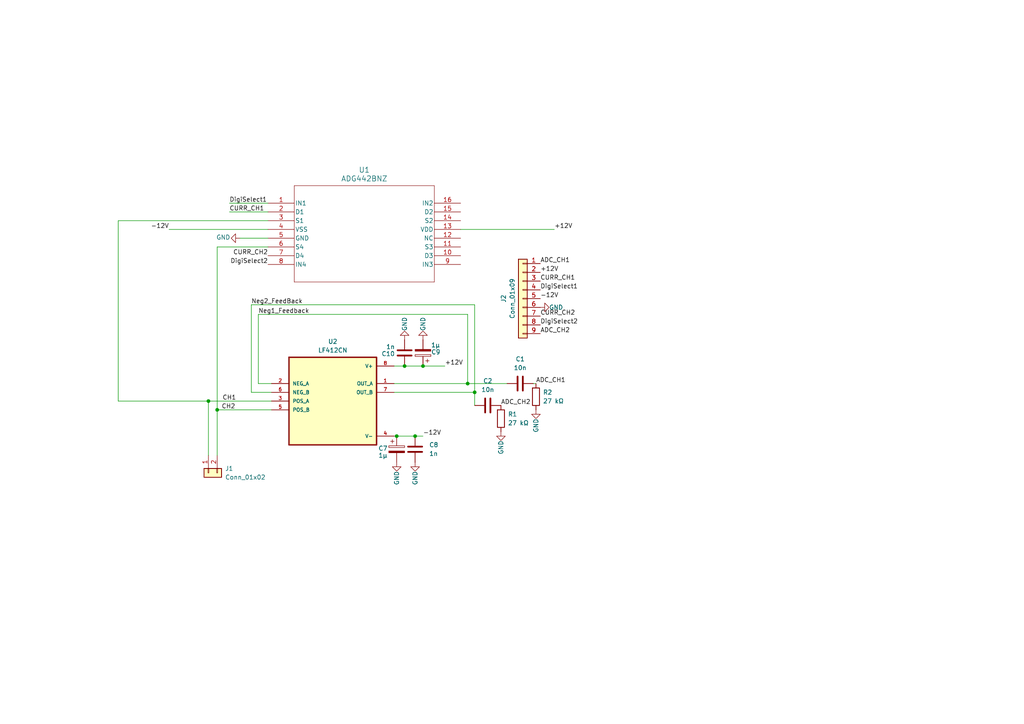
<source format=kicad_sch>
(kicad_sch (version 20230121) (generator eeschema)
  (paper "A4")
  (lib_symbols
    (symbol "ADG442BNZ:ADG442BNZ" (pin_names (offset 0.254))
      (property "Reference" "U" (at 27.94 10.16 0))
      (property "Value" "ADG442BNZ" (at 27.94 7.62 0))
      (symbol "ADG442BNZ_0_1"
        (polyline (pts (xy 7.62 -22.86) (xy 48.26 -22.86)) (stroke (width 0.127)))
        (polyline (pts (xy 7.62 5.08) (xy 7.62 -22.86)) (stroke (width 0.127)))
        (polyline (pts (xy 48.26 -22.86) (xy 48.26 5.08)) (stroke (width 0.127)))
        (polyline (pts (xy 48.26 5.08) (xy 7.62 5.08)) (stroke (width 0.127)))
        (pin unspecified line (at 0 0 0) (length 7.62) (name "IN1") (number "1"))
        (pin unspecified line (at 55.88 -15.24 180) (length 7.62) (name "D3") (number "10"))
        (pin unspecified line (at 55.88 -12.7 180) (length 7.62) (name "S3") (number "11"))
        (pin unspecified line (at 55.88 -10.16 180) (length 7.62) (name "NC") (number "12"))
        (pin power_in line (at 55.88 -7.62 180) (length 7.62) (name "VDD") (number "13"))
        (pin unspecified line (at 55.88 -5.08 180) (length 7.62) (name "S2") (number "14"))
        (pin unspecified line (at 55.88 -2.54 180) (length 7.62) (name "D2") (number "15"))
        (pin unspecified line (at 55.88 0 180) (length 7.62) (name "IN2") (number "16"))
        (pin unspecified line (at 0 -2.54 0) (length 7.62) (name "D1") (number "2"))
        (pin unspecified line (at 0 -5.08 0) (length 7.62) (name "S1") (number "3"))
        (pin power_in line (at 0 -7.62 0) (length 7.62) (name "VSS") (number "4"))
        (pin unspecified line (at 0 -10.16 0) (length 7.62) (name "GND") (number "5"))
        (pin unspecified line (at 0 -12.7 0) (length 7.62) (name "S4") (number "6"))
        (pin unspecified line (at 0 -15.24 0) (length 7.62) (name "D4") (number "7"))
        (pin unspecified line (at 0 -17.78 0) (length 7.62) (name "IN4") (number "8"))
        (pin unspecified line (at 55.88 -17.78 180) (length 7.62) (name "IN3") (number "9"))
      )
    )
    (symbol "Connector_Generic:Conn_01x02" (pin_names (offset 1.016) hide)
      (property "Reference" "J" (at 0 2.54 0))
      (property "Value" "Conn_01x02" (at 0 -5.08 0))
      (symbol "Conn_01x02_1_1"
        (rectangle (start -1.27 -2.413) (end 0 -2.667) (stroke (width 0.1524)))
        (rectangle (start -1.27 0.127) (end 0 -0.127) (stroke (width 0.1524)))
        (rectangle (start -1.27 1.27) (end 1.27 -3.81) (stroke (width 0.254)) (fill (type background)))
        (pin passive line (at -5.08 0 0) (length 3.81) (name "Pin_1") (number "1"))
        (pin passive line (at -5.08 -2.54 0) (length 3.81) (name "Pin_2") (number "2"))
      )
    )
    (symbol "Connector_Generic:Conn_01x09" (pin_names (offset 1.016) hide)
      (property "Reference" "J" (at 0 12.7 0))
      (property "Value" "Conn_01x09" (at 0 -12.7 0))
      (symbol "Conn_01x09_1_1"
        (rectangle (start -1.27 -10.033) (end 0 -10.287) (stroke (width 0.1524)))
        (rectangle (start -1.27 -7.493) (end 0 -7.747) (stroke (width 0.1524)))
        (rectangle (start -1.27 -4.953) (end 0 -5.207) (stroke (width 0.1524)))
        (rectangle (start -1.27 -2.413) (end 0 -2.667) (stroke (width 0.1524)))
        (rectangle (start -1.27 0.127) (end 0 -0.127) (stroke (width 0.1524)))
        (rectangle (start -1.27 2.667) (end 0 2.413) (stroke (width 0.1524)))
        (rectangle (start -1.27 5.207) (end 0 4.953) (stroke (width 0.1524)))
        (rectangle (start -1.27 7.747) (end 0 7.493) (stroke (width 0.1524)))
        (rectangle (start -1.27 10.287) (end 0 10.033) (stroke (width 0.1524)))
        (rectangle (start -1.27 11.43) (end 1.27 -11.43) (stroke (width 0.254)) (fill (type background)))
        (pin passive line (at -5.08 10.16 0) (length 3.81) (name "Pin_1") (number "1"))
        (pin passive line (at -5.08 7.62 0) (length 3.81) (name "Pin_2") (number "2"))
        (pin passive line (at -5.08 5.08 0) (length 3.81) (name "Pin_3") (number "3"))
        (pin passive line (at -5.08 2.54 0) (length 3.81) (name "Pin_4") (number "4"))
        (pin passive line (at -5.08 0 0) (length 3.81) (name "Pin_5") (number "5"))
        (pin passive line (at -5.08 -2.54 0) (length 3.81) (name "Pin_6") (number "6"))
        (pin passive line (at -5.08 -5.08 0) (length 3.81) (name "Pin_7") (number "7"))
        (pin passive line (at -5.08 -7.62 0) (length 3.81) (name "Pin_8") (number "8"))
        (pin passive line (at -5.08 -10.16 0) (length 3.81) (name "Pin_9") (number "9"))
      )
    )
    (symbol "Device:C" (pin_numbers hide) (pin_names (offset 0.254))
      (property "Reference" "C" (at 0.635 2.54 0))
      (property "Value" "C" (at 0.635 -2.54 0))
      (symbol "C_0_1"
        (polyline (pts (xy -2.032 -0.762) (xy 2.032 -0.762)) (stroke (width 0.508)))
        (polyline (pts (xy -2.032 0.762) (xy 2.032 0.762)) (stroke (width 0.508)))
      )
      (symbol "C_1_1"
        (pin passive line (at 0 3.81 270) (length 2.794) (name "~") (number "1"))
        (pin passive line (at 0 -3.81 90) (length 2.794) (name "~") (number "2"))
      )
    )
    (symbol "Device:C_Polarized" (pin_numbers hide) (pin_names (offset 0.254))
      (property "Reference" "C" (at 0.635 2.54 0))
      (property "Value" "C_Polarized" (at 0.635 -2.54 0))
      (symbol "C_Polarized_0_1"
        (rectangle (start -2.286 0.508) (end 2.286 1.016))
        (polyline (pts (xy -1.778 2.286) (xy -0.762 2.286)))
        (polyline (pts (xy -1.27 2.794) (xy -1.27 1.778)))
        (rectangle (start 2.286 -0.508) (end -2.286 -1.016) (fill (type outline)))
      )
      (symbol "C_Polarized_1_1"
        (pin passive line (at 0 3.81 270) (length 2.794) (name "~") (number "1"))
        (pin passive line (at 0 -3.81 90) (length 2.794) (name "~") (number "2"))
      )
    )
    (symbol "Device:R" (pin_numbers hide) (pin_names (offset 0))
      (property "Reference" "R" (at 2.032 0 90))
      (property "Value" "R" (at 0 0 90))
      (symbol "R_0_1"
        (rectangle (start -1.016 -2.54) (end 1.016 2.54) (stroke (width 0.254)))
      )
      (symbol "R_1_1"
        (pin passive line (at 0 3.81 270) (length 1.27) (name "~") (number "1"))
        (pin passive line (at 0 -3.81 90) (length 1.27) (name "~") (number "2"))
      )
    )
    (symbol "LF412CN:LF412CN" (pin_names (offset 1.016))
      (property "Reference" "U" (at -12.7 13.7 0))
      (property "Value" "LF412CN" (at -12.7 -16.7 0))
      (symbol "LF412CN_0_0"
        (rectangle (start -12.7 12.7) (end 12.7 -12.7) (stroke (width 0.41)) (fill (type background)))
        (pin output line (at 17.78 5.08 180) (length 5.08) (name "OUT_A") (number "1"))
        (pin input line (at -17.78 5.08 0) (length 5.08) (name "NEG_A") (number "2"))
        (pin input line (at -17.78 0 0) (length 5.08) (name "POS_A") (number "3"))
        (pin power_in line (at 17.78 -10.16 180) (length 5.08) (name "V-") (number "4"))
        (pin input line (at -17.78 -2.54 0) (length 5.08) (name "POS_B") (number "5"))
        (pin input line (at -17.78 2.54 0) (length 5.08) (name "NEG_B") (number "6"))
        (pin output line (at 17.78 2.54 180) (length 5.08) (name "OUT_B") (number "7"))
        (pin power_in line (at 17.78 10.16 180) (length 5.08) (name "V+") (number "8"))
      )
    )
    (symbol "power:GND" (power) (pin_names (offset 0))
      (property "Value" "GND" (at 0 -3.81 0))
      (symbol "GND_0_1"
        (polyline (pts (xy 0 0) (xy 0 -1.27) (xy 1.27 -1.27) (xy 0 -2.54) (xy -1.27 -1.27) (xy 0 -1.27)))
      )
      (symbol "GND_1_1"
        (pin power_in line (at 0 0 270) (length 0) hide (name "GND") (number "1"))
      )
    )
  )
  (junction (at 122.682 106.172))
  (junction (at 60.452 116.332))
  (junction (at 62.992 118.872))
  (junction (at 120.396 126.492))
  (junction (at 115.062 126.492))
  (junction (at 135.636 111.252))
  (junction (at 137.668 113.792))
  (junction (at 117.348 106.172))
  (wire (pts (xy 49.022 66.548) (xy 77.724 66.548)))
  (wire (pts (xy 74.93 111.252) (xy 78.74 111.252)))
  (wire (pts (xy 133.604 66.548) (xy 160.782 66.548)))
  (wire (pts (xy 60.452 116.332) (xy 78.74 116.332)))
  (wire (pts (xy 72.898 113.792) (xy 72.898 88.392)))
  (wire (pts (xy 122.682 126.492) (xy 120.396 126.492)))
  (wire (pts (xy 74.93 91.186) (xy 135.636 91.186)))
  (wire (pts (xy 34.29 64.008) (xy 34.29 116.332)))
  (wire (pts (xy 135.636 91.186) (xy 135.636 111.252)))
  (wire (pts (xy 69.596 69.088) (xy 77.724 69.088)))
  (wire (pts (xy 135.636 111.252) (xy 147.066 111.252)))
  (wire (pts (xy 120.396 126.492) (xy 115.062 126.492)))
  (wire (pts (xy 72.898 88.392) (xy 137.668 88.392)))
  (wire (pts (xy 66.548 61.468) (xy 77.724 61.468)))
  (wire (pts (xy 62.992 118.872) (xy 78.74 118.872)))
  (wire (pts (xy 137.668 117.602) (xy 137.668 113.792)))
  (wire (pts (xy 137.668 113.792) (xy 137.668 88.392)))
  (wire (pts (xy 77.724 64.008) (xy 34.29 64.008)))
  (wire (pts (xy 77.724 71.628) (xy 62.992 71.628)))
  (wire (pts (xy 155.448 111.252) (xy 154.686 111.252)))
  (wire (pts (xy 117.348 106.172) (xy 114.3 106.172)))
  (wire (pts (xy 72.898 113.792) (xy 78.74 113.792)))
  (wire (pts (xy 135.636 111.252) (xy 114.3 111.252)))
  (wire (pts (xy 129.032 106.172) (xy 122.682 106.172)))
  (wire (pts (xy 74.93 91.186) (xy 74.93 111.252)))
  (wire (pts (xy 122.682 106.172) (xy 117.348 106.172)))
  (wire (pts (xy 137.668 113.792) (xy 114.3 113.792)))
  (wire (pts (xy 62.992 118.872) (xy 62.992 132.08)))
  (wire (pts (xy 62.992 71.628) (xy 62.992 118.872)))
  (wire (pts (xy 115.062 126.492) (xy 114.3 126.492)))
  (wire (pts (xy 60.452 116.332) (xy 60.452 132.08)))
  (wire (pts (xy 66.548 58.928) (xy 77.724 58.928)))
  (wire (pts (xy 34.29 116.332) (xy 60.452 116.332)))
  (label "CH1" (at 64.516 116.332 0))
  (label "DigiSelect2" (at 156.718 94.234 0))
  (label "CURR_CH2" (at 156.718 91.694 0))
  (label "CURR_CH2" (at 77.724 74.168 180))
  (label "Neg1_Feedback" (at 74.93 91.186 0))
  (label "+12V" (at 129.032 106.172 0))
  (label "-12V" (at 49.022 66.548 180))
  (label "DigiSelect1" (at 156.718 84.074 0))
  (label "CURR_CH1" (at 66.548 61.468 0))
  (label "ADC_CH1" (at 156.718 76.454 0))
  (label "CH2" (at 64.262 118.872 0))
  (label "CURR_CH1" (at 156.718 81.534 0))
  (label "DigiSelect1" (at 66.548 58.928 0))
  (label "-12V" (at 156.718 86.614 0))
  (label "+12V" (at 156.718 78.994 0))
  (label "Neg2_FeedBack" (at 72.898 88.392 0))
  (label "DigiSelect2" (at 77.724 76.708 180))
  (label "ADC_CH1" (at 155.448 111.252 0))
  (label "ADC_CH2" (at 145.288 117.602 0))
  (label "ADC_CH2" (at 156.718 96.774 0))
  (label "+12V" (at 160.782 66.548 0))
  (label "-12V" (at 122.682 126.492 0))
  (symbol (lib_id "Device:C_Polarized") (at 122.682 102.362 180) (unit 1)
    (property "Reference" "C9" (at 127.762 102.108 0) (effects (justify left)))
    (property "Value" "1µ" (at 127.762 100.076 0) (effects (justify left)))
    (property "Footprint" "Capacitor_THT:CP_Radial_Tantal_D5.5mm_P5.00mm" (effects hide))
  )
  (symbol (lib_id "Device:C") (at 117.348 102.362 180) (unit 1)
    (property "Reference" "C10" (at 114.554 102.616 0) (effects (justify left)))
    (property "Value" "1n" (at 114.554 100.584 0) (effects (justify left)))
    (property "Footprint" "Capacitor_THT:C_Disc_D4.3mm_W1.9mm_P5.00mm" (effects hide))
  )
  (symbol (lib_id "power:GND") (at 117.348 98.552 0) (mirror x) (unit 1)
    (property "Reference" "#PWR010" (effects hide))
    (property "Value" "GND" (at 117.348 93.98 90))
  )
  (symbol (lib_id "power:GND") (at 120.396 134.112 0) (mirror y) (unit 1)
    (property "Reference" "#PWR08" (effects hide))
    (property "Value" "GND" (at 120.396 138.684 90))
  )
  (symbol (lib_id "Device:C") (at 120.396 130.302 0) (unit 1)
    (property "Reference" "C8" (at 124.46 129.032 0) (effects (justify left)))
    (property "Value" "1n" (at 124.46 131.572 0) (effects (justify left)))
    (property "Footprint" "Capacitor_THT:C_Disc_D6.0mm_W2.5mm_P5.00mm" (effects hide))
  )
  (symbol (lib_id "power:GND") (at 145.288 125.222 0) (mirror y) (unit 1)
    (property "Reference" "#PWR03" (effects hide))
    (property "Value" "GND" (at 145.288 129.794 90))
  )
  (symbol (lib_id "Connector_Generic:Conn_01x09") (at 151.638 86.614 0) (mirror y) (unit 1)
    (property "Reference" "J2" (at 146.05 86.614 90))
    (property "Value" "Conn_01x09" (at 148.59 86.614 90))
    (property "Footprint" "Connector_PinSocket_2.54mm:PinSocket_1x09_P2.54mm_Vertical" (effects hide))
  )
  (symbol (lib_id "Device:C_Polarized") (at 115.062 130.302 0) (unit 1)
    (property "Reference" "C7" (at 109.728 130.048 0) (effects (justify left)))
    (property "Value" "1µ" (at 109.728 132.08 0) (effects (justify left)))
    (property "Footprint" "Capacitor_THT:CP_Radial_Tantal_D5.5mm_P5.00mm" (effects hide))
  )
  (symbol (lib_id "Device:R") (at 155.448 115.062 0) (unit 1)
    (property "Reference" "R2" (at 157.48 113.792 0) (effects (justify left)))
    (property "Value" "27 kΩ" (at 157.48 116.332 0) (effects (justify left)))
    (property "Footprint" "Resistor_THT:R_Axial_DIN0207_L6.3mm_D2.5mm_P7.62mm_Horizontal" (effects hide))
  )
  (symbol (lib_id "power:GND") (at 156.718 89.154 90) (mirror x) (unit 1)
    (property "Reference" "#PWR02" (effects hide))
    (property "Value" "GND" (at 161.29 89.154 90))
  )
  (symbol (lib_id "Device:C") (at 150.876 111.252 90) (unit 1)
    (property "Reference" "C1" (at 150.876 104.14 90))
    (property "Value" "10n" (at 150.876 106.68 90))
    (property "Footprint" "Capacitor_THT:C_Disc_D4.3mm_W1.9mm_P5.00mm" (effects hide))
  )
  (symbol (lib_id "Connector_Generic:Conn_01x02") (at 60.452 137.16 90) (mirror x) (unit 1)
    (property "Reference" "J1" (at 65.278 135.89 90) (effects (justify right)))
    (property "Value" "Conn_01x02" (at 65.278 138.43 90) (effects (justify right)))
    (property "Footprint" "Connector_PinSocket_2.54mm:PinSocket_1x02_P2.54mm_Vertical" (effects hide))
  )
  (symbol (lib_id "LF412CN:LF412CN") (at 96.52 116.332 0) (unit 1)
    (property "Reference" "U2" (at 96.52 99.06 0))
    (property "Value" "LF412CN" (at 96.52 101.6 0))
    (property "Footprint" "LF412:LF412CN" (effects hide))
  )
  (symbol (lib_id "power:GND") (at 69.596 69.088 270) (unit 1)
    (property "Reference" "#PWR01" (effects hide))
    (property "Value" "GND" (at 66.802 68.834 90) (effects (justify right)))
  )
  (symbol (lib_id "Device:C") (at 141.478 117.602 90) (unit 1)
    (property "Reference" "C2" (at 141.478 110.49 90))
    (property "Value" "10n" (at 141.478 113.03 90))
    (property "Footprint" "Capacitor_THT:C_Disc_D6.0mm_W2.5mm_P5.00mm" (effects hide))
  )
  (symbol (lib_id "power:GND") (at 155.448 118.872 0) (mirror y) (unit 1)
    (property "Reference" "#PWR04" (effects hide))
    (property "Value" "GND" (at 155.448 123.444 90))
  )
  (symbol (lib_id "power:GND") (at 122.682 98.552 0) (mirror x) (unit 1)
    (property "Reference" "#PWR09" (effects hide))
    (property "Value" "GND" (at 122.682 93.98 90))
  )
  (symbol (lib_id "power:GND") (at 115.062 134.112 0) (mirror y) (unit 1)
    (property "Reference" "#PWR07" (effects hide))
    (property "Value" "GND" (at 115.062 138.684 90))
  )
  (symbol (lib_id "Device:R") (at 145.288 121.412 0) (unit 1)
    (property "Reference" "R1" (at 147.32 120.142 0) (effects (justify left)))
    (property "Value" "27 kΩ" (at 147.32 122.682 0) (effects (justify left)))
    (property "Footprint" "Resistor_THT:R_Axial_DIN0207_L6.3mm_D2.5mm_P7.62mm_Horizontal" (effects hide))
  )
  (symbol (lib_id "ADG442BNZ:ADG442BNZ") (at 77.724 58.928 0) (unit 1)
    (property "Reference" "U1" (at 105.664 49.276 0) (effects (font (size 1.524 1.524))))
    (property "Value" "ADG442BNZ" (at 105.664 51.816 0) (effects (font (size 1.524 1.524))))
    (property "Footprint" "ADG442:N_16_ADI" (effects hide))
    (property "Datasheet" "ADG442BNZ" (effects hide))
  )
)
</source>
